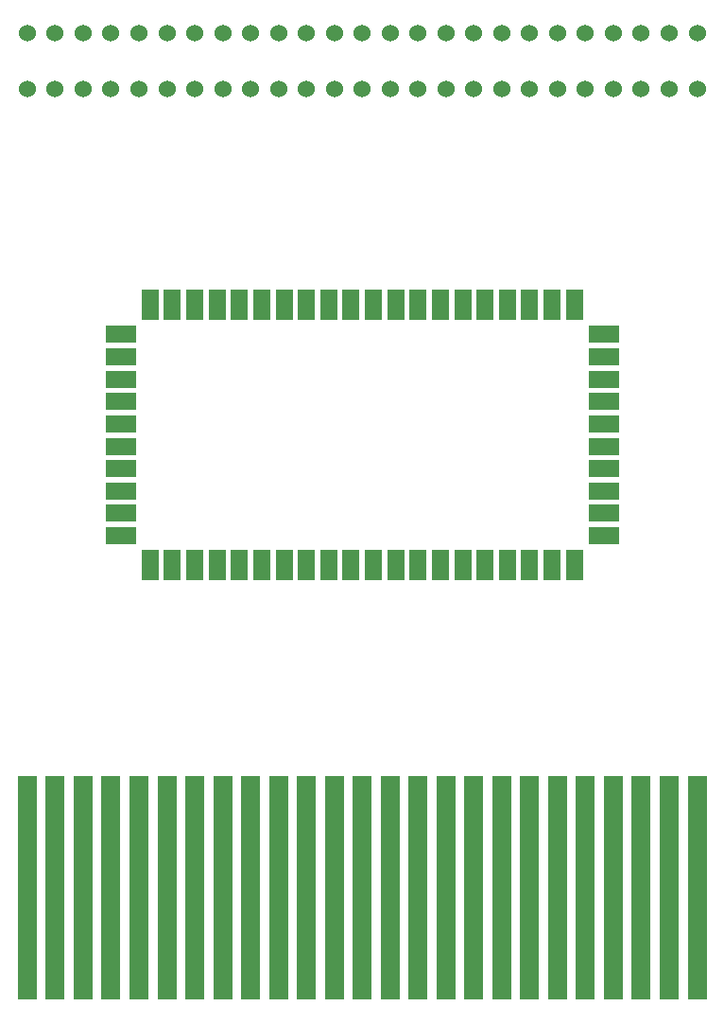
<source format=gbr>
%TF.GenerationSoftware,KiCad,Pcbnew,8.0.6*%
%TF.CreationDate,2024-10-17T23:30:34-05:00*%
%TF.ProjectId,n64_gamecat_rp2350b,6e36345f-6761-46d6-9563-61745f727032,rev?*%
%TF.SameCoordinates,Original*%
%TF.FileFunction,Soldermask,Top*%
%TF.FilePolarity,Negative*%
%FSLAX46Y46*%
G04 Gerber Fmt 4.6, Leading zero omitted, Abs format (unit mm)*
G04 Created by KiCad (PCBNEW 8.0.6) date 2024-10-17 23:30:34*
%MOMM*%
%LPD*%
G01*
G04 APERTURE LIST*
%ADD10R,2.800000X1.500000*%
%ADD11C,1.350000*%
%ADD12O,1.350000X1.350000*%
%ADD13R,1.500000X2.800000*%
%ADD14R,1.800000X20.000000*%
%ADD15C,1.524000*%
G04 APERTURE END LIST*
D10*
%TO.C,U4*%
X155650000Y-111500000D03*
D11*
X155000000Y-111500000D03*
D10*
X155650000Y-109500000D03*
D12*
X155000000Y-109500000D03*
D10*
X155650000Y-107500000D03*
D12*
X155000000Y-107500000D03*
D10*
X155650000Y-105500000D03*
D12*
X155000000Y-105500000D03*
D10*
X155650000Y-103500000D03*
D12*
X155000000Y-103500000D03*
D10*
X155650000Y-101500000D03*
D12*
X155000000Y-101500000D03*
D10*
X155650000Y-99500000D03*
D12*
X155000000Y-99500000D03*
D10*
X155650000Y-97500000D03*
D12*
X155000000Y-97500000D03*
D10*
X155650000Y-95500000D03*
D12*
X155000000Y-95500000D03*
D10*
X155650000Y-93500000D03*
D12*
X155000000Y-93500000D03*
X153000000Y-91500000D03*
D13*
X153000000Y-90850000D03*
D12*
X151000000Y-91500000D03*
D13*
X151000000Y-90850000D03*
D12*
X149000000Y-91500000D03*
D13*
X149000000Y-90850000D03*
D12*
X147000000Y-91500000D03*
D13*
X147000000Y-90850000D03*
D12*
X145000000Y-91500000D03*
D13*
X145000000Y-90850000D03*
D12*
X143000000Y-91500000D03*
D13*
X143000000Y-90850000D03*
D12*
X141000000Y-91500000D03*
D13*
X141000000Y-90850000D03*
D12*
X139000000Y-91500000D03*
D13*
X139000000Y-90850000D03*
D12*
X137000000Y-91500000D03*
D13*
X137000000Y-90850000D03*
D12*
X135000000Y-91500000D03*
D13*
X135000000Y-90850000D03*
D12*
X133000000Y-91500000D03*
D13*
X133000000Y-90850000D03*
D12*
X131000000Y-91500000D03*
D13*
X131000000Y-90850000D03*
D12*
X129000000Y-91500000D03*
D13*
X129000000Y-90850000D03*
D12*
X127000000Y-91500000D03*
D13*
X127000000Y-90850000D03*
D12*
X125000000Y-91500000D03*
D13*
X125000000Y-90850000D03*
D12*
X123000000Y-91500000D03*
D13*
X123000000Y-90850000D03*
D12*
X121000000Y-91500000D03*
D13*
X121000000Y-90850000D03*
D12*
X119000000Y-91500000D03*
D13*
X119000000Y-90850000D03*
D12*
X117000000Y-91500000D03*
D13*
X117000000Y-90850000D03*
D12*
X115000000Y-91500000D03*
D13*
X115000000Y-90850000D03*
D12*
X113000000Y-93500000D03*
D10*
X112350000Y-93500000D03*
D12*
X113000000Y-95500000D03*
D10*
X112350000Y-95500000D03*
D12*
X113000000Y-97500000D03*
D10*
X112350000Y-97500000D03*
D12*
X113000000Y-99500000D03*
D10*
X112350000Y-99500000D03*
D12*
X113000000Y-101500000D03*
D10*
X112350000Y-101500000D03*
D12*
X113000000Y-103500000D03*
D10*
X112350000Y-103500000D03*
D12*
X113000000Y-105500000D03*
D10*
X112350000Y-105500000D03*
D12*
X113000000Y-107500000D03*
D10*
X112350000Y-107500000D03*
D12*
X113000000Y-109500000D03*
D10*
X112350000Y-109500000D03*
D12*
X113000000Y-111500000D03*
D10*
X112350000Y-111500000D03*
D13*
X115000000Y-114150000D03*
D12*
X115000000Y-113500000D03*
D13*
X117000000Y-114150000D03*
D12*
X117000000Y-113500000D03*
D13*
X119000000Y-114150000D03*
D12*
X119000000Y-113500000D03*
D13*
X121000000Y-114150000D03*
D12*
X121000000Y-113500000D03*
D13*
X123000000Y-114150000D03*
D12*
X123000000Y-113500000D03*
D13*
X125000000Y-114150000D03*
D12*
X125000000Y-113500000D03*
D13*
X127000000Y-114150000D03*
D12*
X127000000Y-113500000D03*
D13*
X129000000Y-114150000D03*
D12*
X129000000Y-113500000D03*
D13*
X131000000Y-114150000D03*
D12*
X131000000Y-113500000D03*
D13*
X133000000Y-114150000D03*
D12*
X133000000Y-113500000D03*
D13*
X135000000Y-114150000D03*
D12*
X135000000Y-113500000D03*
D13*
X137000000Y-114150000D03*
D12*
X137000000Y-113500000D03*
D13*
X139000000Y-114150000D03*
D12*
X139000000Y-113500000D03*
D13*
X141000000Y-114150000D03*
D12*
X141000000Y-113500000D03*
D13*
X143000000Y-114150000D03*
D12*
X143000000Y-113500000D03*
D13*
X145000000Y-114150000D03*
D12*
X145000000Y-113500000D03*
D13*
X147000000Y-114150000D03*
D12*
X147000000Y-113500000D03*
D13*
X149000000Y-114150000D03*
D12*
X149000000Y-113500000D03*
D13*
X151000000Y-114150000D03*
D12*
X151000000Y-113500000D03*
D13*
X153000000Y-114150000D03*
D12*
X153000000Y-113500000D03*
%TD*%
D14*
%TO.C,U3*%
X104000000Y-143000000D03*
X106500000Y-143000000D03*
X109000000Y-143000000D03*
X111500000Y-143000000D03*
X114000000Y-143000000D03*
X116500000Y-143000000D03*
X119000000Y-143000000D03*
X121500000Y-143000000D03*
X124000000Y-143000000D03*
X126500000Y-143000000D03*
X129000000Y-143000000D03*
X131500000Y-143000000D03*
X134000000Y-143000000D03*
X136500000Y-143000000D03*
X139000000Y-143000000D03*
X141500000Y-143000000D03*
X144000000Y-143000000D03*
X146500000Y-143000000D03*
X149000000Y-143000000D03*
X151500000Y-143000000D03*
X154000000Y-143000000D03*
X156500000Y-143000000D03*
X159000000Y-143000000D03*
X161500000Y-143000000D03*
X164000000Y-143000000D03*
%TD*%
D15*
%TO.C,U2*%
X104000000Y-71500000D03*
X106500000Y-71500000D03*
X109000000Y-71500000D03*
X111500000Y-71500000D03*
X114000000Y-71500000D03*
X116500000Y-71500000D03*
X119000000Y-71500000D03*
X121500000Y-71500000D03*
X124000000Y-71500000D03*
X126500000Y-71500000D03*
X129000000Y-71500000D03*
X131500000Y-71500000D03*
X134000000Y-71500000D03*
X136500000Y-71500000D03*
X139000000Y-71500000D03*
X141500000Y-71500000D03*
X144000000Y-71500000D03*
X146500000Y-71500000D03*
X149000000Y-71500000D03*
X151500000Y-71500000D03*
X154000000Y-71500000D03*
X156500000Y-71500000D03*
X159000000Y-71500000D03*
X161500000Y-71500000D03*
X164000000Y-71500000D03*
X104000000Y-66500000D03*
X106500000Y-66500000D03*
X109000000Y-66500000D03*
X111500000Y-66500000D03*
X114000000Y-66500000D03*
X116500000Y-66500000D03*
X119000000Y-66500000D03*
X121500000Y-66500000D03*
X124000000Y-66500000D03*
X126500000Y-66500000D03*
X129000000Y-66500000D03*
X131500000Y-66500000D03*
X134000000Y-66500000D03*
X136500000Y-66500000D03*
X139000000Y-66500000D03*
X141500000Y-66500000D03*
X144000000Y-66500000D03*
X146500000Y-66500000D03*
X149000000Y-66500000D03*
X151500000Y-66500000D03*
X154000000Y-66500000D03*
X156500000Y-66500000D03*
X159000000Y-66500000D03*
X161500000Y-66500000D03*
X164000000Y-66500000D03*
%TD*%
M02*

</source>
